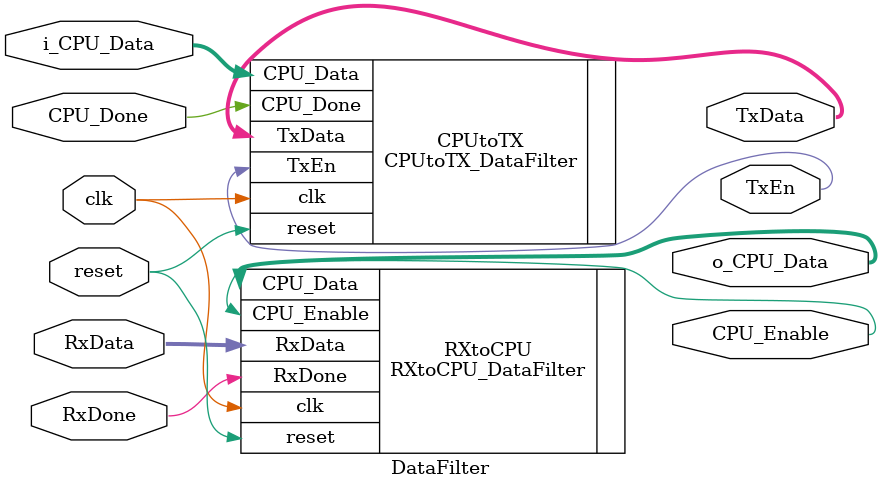
<source format=v>
module DataFilter(
    input               clk,
    input               reset,
    input               CPU_Done,
    input               RxDone,
    input   [7:0]       RxData,
    input   [15:0]      i_CPU_Data,
    output              CPU_Enable,
    output              TxEn,
    output   [7:0]      TxData,
    output   [15:0]     o_CPU_Data
);

RXtoCPU_DataFilter  RXtoCPU(
    .RxData(RxData),
    .RxDone(RxDone),
    .clk(clk),
    .reset(reset),
    .CPU_Data(o_CPU_Data), //output
    .CPU_Enable(CPU_Enable)
);

CPUtoTX_DataFilter  CPUtoTX(
    .CPU_Data(i_CPU_Data),
    .CPU_Done(CPU_Done),
    .clk(clk),
    .reset(reset),
    .TxData(TxData), //output
    .TxEn(TxEn)
);

endmodule
</source>
